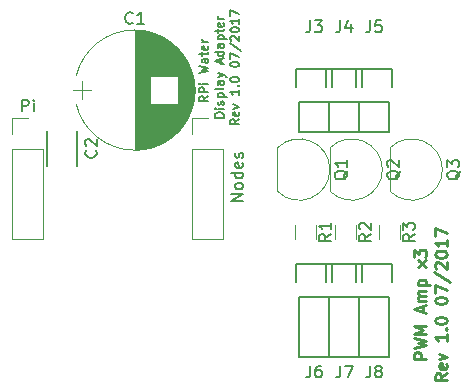
<source format=gbr>
G04 #@! TF.FileFunction,Legend,Top*
%FSLAX46Y46*%
G04 Gerber Fmt 4.6, Leading zero omitted, Abs format (unit mm)*
G04 Created by KiCad (PCBNEW 4.0.6) date Saturday, July 01, 2017 'PMt' 08:50:16 PM*
%MOMM*%
%LPD*%
G01*
G04 APERTURE LIST*
%ADD10C,0.100000*%
%ADD11C,0.250000*%
%ADD12C,0.187500*%
%ADD13C,0.120000*%
%ADD14C,0.150000*%
G04 APERTURE END LIST*
D10*
D11*
X174430981Y-126540638D02*
X173430981Y-126540638D01*
X173430981Y-126159685D01*
X173478600Y-126064447D01*
X173526219Y-126016828D01*
X173621457Y-125969209D01*
X173764314Y-125969209D01*
X173859552Y-126016828D01*
X173907171Y-126064447D01*
X173954790Y-126159685D01*
X173954790Y-126540638D01*
X173430981Y-125635876D02*
X174430981Y-125397781D01*
X173716695Y-125207304D01*
X174430981Y-125016828D01*
X173430981Y-124778733D01*
X174430981Y-124397781D02*
X173430981Y-124397781D01*
X174145267Y-124064447D01*
X173430981Y-123731114D01*
X174430981Y-123731114D01*
X174145267Y-122540638D02*
X174145267Y-122064447D01*
X174430981Y-122635876D02*
X173430981Y-122302543D01*
X174430981Y-121969209D01*
X174430981Y-121635876D02*
X173764314Y-121635876D01*
X173859552Y-121635876D02*
X173811933Y-121588257D01*
X173764314Y-121493019D01*
X173764314Y-121350161D01*
X173811933Y-121254923D01*
X173907171Y-121207304D01*
X174430981Y-121207304D01*
X173907171Y-121207304D02*
X173811933Y-121159685D01*
X173764314Y-121064447D01*
X173764314Y-120921590D01*
X173811933Y-120826352D01*
X173907171Y-120778733D01*
X174430981Y-120778733D01*
X173764314Y-120302543D02*
X174764314Y-120302543D01*
X173811933Y-120302543D02*
X173764314Y-120207305D01*
X173764314Y-120016828D01*
X173811933Y-119921590D01*
X173859552Y-119873971D01*
X173954790Y-119826352D01*
X174240505Y-119826352D01*
X174335743Y-119873971D01*
X174383362Y-119921590D01*
X174430981Y-120016828D01*
X174430981Y-120207305D01*
X174383362Y-120302543D01*
X174430981Y-118731114D02*
X173764314Y-118207304D01*
X173764314Y-118731114D02*
X174430981Y-118207304D01*
X173430981Y-117921590D02*
X173430981Y-117302542D01*
X173811933Y-117635876D01*
X173811933Y-117493018D01*
X173859552Y-117397780D01*
X173907171Y-117350161D01*
X174002410Y-117302542D01*
X174240505Y-117302542D01*
X174335743Y-117350161D01*
X174383362Y-117397780D01*
X174430981Y-117493018D01*
X174430981Y-117778733D01*
X174383362Y-117873971D01*
X174335743Y-117921590D01*
X176180981Y-127778733D02*
X175704790Y-128112067D01*
X176180981Y-128350162D02*
X175180981Y-128350162D01*
X175180981Y-127969209D01*
X175228600Y-127873971D01*
X175276219Y-127826352D01*
X175371457Y-127778733D01*
X175514314Y-127778733D01*
X175609552Y-127826352D01*
X175657171Y-127873971D01*
X175704790Y-127969209D01*
X175704790Y-128350162D01*
X176133362Y-126969209D02*
X176180981Y-127064447D01*
X176180981Y-127254924D01*
X176133362Y-127350162D01*
X176038124Y-127397781D01*
X175657171Y-127397781D01*
X175561933Y-127350162D01*
X175514314Y-127254924D01*
X175514314Y-127064447D01*
X175561933Y-126969209D01*
X175657171Y-126921590D01*
X175752410Y-126921590D01*
X175847648Y-127397781D01*
X175514314Y-126588257D02*
X176180981Y-126350162D01*
X175514314Y-126112066D01*
X176180981Y-124445399D02*
X176180981Y-125016828D01*
X176180981Y-124731114D02*
X175180981Y-124731114D01*
X175323838Y-124826352D01*
X175419076Y-124921590D01*
X175466695Y-125016828D01*
X176085743Y-124016828D02*
X176133362Y-123969209D01*
X176180981Y-124016828D01*
X176133362Y-124064447D01*
X176085743Y-124016828D01*
X176180981Y-124016828D01*
X175180981Y-123350162D02*
X175180981Y-123254923D01*
X175228600Y-123159685D01*
X175276219Y-123112066D01*
X175371457Y-123064447D01*
X175561933Y-123016828D01*
X175800029Y-123016828D01*
X175990505Y-123064447D01*
X176085743Y-123112066D01*
X176133362Y-123159685D01*
X176180981Y-123254923D01*
X176180981Y-123350162D01*
X176133362Y-123445400D01*
X176085743Y-123493019D01*
X175990505Y-123540638D01*
X175800029Y-123588257D01*
X175561933Y-123588257D01*
X175371457Y-123540638D01*
X175276219Y-123493019D01*
X175228600Y-123445400D01*
X175180981Y-123350162D01*
X175180981Y-121635876D02*
X175180981Y-121540637D01*
X175228600Y-121445399D01*
X175276219Y-121397780D01*
X175371457Y-121350161D01*
X175561933Y-121302542D01*
X175800029Y-121302542D01*
X175990505Y-121350161D01*
X176085743Y-121397780D01*
X176133362Y-121445399D01*
X176180981Y-121540637D01*
X176180981Y-121635876D01*
X176133362Y-121731114D01*
X176085743Y-121778733D01*
X175990505Y-121826352D01*
X175800029Y-121873971D01*
X175561933Y-121873971D01*
X175371457Y-121826352D01*
X175276219Y-121778733D01*
X175228600Y-121731114D01*
X175180981Y-121635876D01*
X175180981Y-120969209D02*
X175180981Y-120302542D01*
X176180981Y-120731114D01*
X175133362Y-119207304D02*
X176419076Y-120064447D01*
X175276219Y-118921590D02*
X175228600Y-118873971D01*
X175180981Y-118778733D01*
X175180981Y-118540637D01*
X175228600Y-118445399D01*
X175276219Y-118397780D01*
X175371457Y-118350161D01*
X175466695Y-118350161D01*
X175609552Y-118397780D01*
X176180981Y-118969209D01*
X176180981Y-118350161D01*
X175180981Y-117731114D02*
X175180981Y-117635875D01*
X175228600Y-117540637D01*
X175276219Y-117493018D01*
X175371457Y-117445399D01*
X175561933Y-117397780D01*
X175800029Y-117397780D01*
X175990505Y-117445399D01*
X176085743Y-117493018D01*
X176133362Y-117540637D01*
X176180981Y-117635875D01*
X176180981Y-117731114D01*
X176133362Y-117826352D01*
X176085743Y-117873971D01*
X175990505Y-117921590D01*
X175800029Y-117969209D01*
X175561933Y-117969209D01*
X175371457Y-117921590D01*
X175276219Y-117873971D01*
X175228600Y-117826352D01*
X175180981Y-117731114D01*
X176180981Y-116445399D02*
X176180981Y-117016828D01*
X176180981Y-116731114D02*
X175180981Y-116731114D01*
X175323838Y-116826352D01*
X175419076Y-116921590D01*
X175466695Y-117016828D01*
X175180981Y-116112066D02*
X175180981Y-115445399D01*
X176180981Y-115873971D01*
D12*
X155973386Y-104307971D02*
X155616243Y-104557971D01*
X155973386Y-104736543D02*
X155223386Y-104736543D01*
X155223386Y-104450828D01*
X155259100Y-104379400D01*
X155294814Y-104343685D01*
X155366243Y-104307971D01*
X155473386Y-104307971D01*
X155544814Y-104343685D01*
X155580529Y-104379400D01*
X155616243Y-104450828D01*
X155616243Y-104736543D01*
X155973386Y-103986543D02*
X155223386Y-103986543D01*
X155223386Y-103700828D01*
X155259100Y-103629400D01*
X155294814Y-103593685D01*
X155366243Y-103557971D01*
X155473386Y-103557971D01*
X155544814Y-103593685D01*
X155580529Y-103629400D01*
X155616243Y-103700828D01*
X155616243Y-103986543D01*
X155973386Y-103236543D02*
X155473386Y-103236543D01*
X155223386Y-103236543D02*
X155259100Y-103272257D01*
X155294814Y-103236543D01*
X155259100Y-103200828D01*
X155223386Y-103236543D01*
X155294814Y-103236543D01*
X155223386Y-102379399D02*
X155973386Y-102200828D01*
X155437671Y-102057971D01*
X155973386Y-101915113D01*
X155223386Y-101736542D01*
X155973386Y-101129399D02*
X155580529Y-101129399D01*
X155509100Y-101165113D01*
X155473386Y-101236542D01*
X155473386Y-101379399D01*
X155509100Y-101450828D01*
X155937671Y-101129399D02*
X155973386Y-101200828D01*
X155973386Y-101379399D01*
X155937671Y-101450828D01*
X155866243Y-101486542D01*
X155794814Y-101486542D01*
X155723386Y-101450828D01*
X155687671Y-101379399D01*
X155687671Y-101200828D01*
X155651957Y-101129399D01*
X155473386Y-100879399D02*
X155473386Y-100593685D01*
X155223386Y-100772257D02*
X155866243Y-100772257D01*
X155937671Y-100736542D01*
X155973386Y-100665114D01*
X155973386Y-100593685D01*
X155937671Y-100057971D02*
X155973386Y-100129400D01*
X155973386Y-100272257D01*
X155937671Y-100343686D01*
X155866243Y-100379400D01*
X155580529Y-100379400D01*
X155509100Y-100343686D01*
X155473386Y-100272257D01*
X155473386Y-100129400D01*
X155509100Y-100057971D01*
X155580529Y-100022257D01*
X155651957Y-100022257D01*
X155723386Y-100379400D01*
X155973386Y-99700829D02*
X155473386Y-99700829D01*
X155616243Y-99700829D02*
X155544814Y-99665114D01*
X155509100Y-99629400D01*
X155473386Y-99557971D01*
X155473386Y-99486543D01*
X157285886Y-106111542D02*
X156535886Y-106111542D01*
X156535886Y-105932970D01*
X156571600Y-105825827D01*
X156643029Y-105754399D01*
X156714457Y-105718684D01*
X156857314Y-105682970D01*
X156964457Y-105682970D01*
X157107314Y-105718684D01*
X157178743Y-105754399D01*
X157250171Y-105825827D01*
X157285886Y-105932970D01*
X157285886Y-106111542D01*
X157285886Y-105361542D02*
X156785886Y-105361542D01*
X156535886Y-105361542D02*
X156571600Y-105397256D01*
X156607314Y-105361542D01*
X156571600Y-105325827D01*
X156535886Y-105361542D01*
X156607314Y-105361542D01*
X157250171Y-105040113D02*
X157285886Y-104968684D01*
X157285886Y-104825827D01*
X157250171Y-104754399D01*
X157178743Y-104718684D01*
X157143029Y-104718684D01*
X157071600Y-104754399D01*
X157035886Y-104825827D01*
X157035886Y-104932970D01*
X157000171Y-105004399D01*
X156928743Y-105040113D01*
X156893029Y-105040113D01*
X156821600Y-105004399D01*
X156785886Y-104932970D01*
X156785886Y-104825827D01*
X156821600Y-104754399D01*
X156785886Y-104397256D02*
X157535886Y-104397256D01*
X156821600Y-104397256D02*
X156785886Y-104325827D01*
X156785886Y-104182970D01*
X156821600Y-104111541D01*
X156857314Y-104075827D01*
X156928743Y-104040113D01*
X157143029Y-104040113D01*
X157214457Y-104075827D01*
X157250171Y-104111541D01*
X157285886Y-104182970D01*
X157285886Y-104325827D01*
X157250171Y-104397256D01*
X157285886Y-103611542D02*
X157250171Y-103682970D01*
X157178743Y-103718685D01*
X156535886Y-103718685D01*
X157285886Y-103004399D02*
X156893029Y-103004399D01*
X156821600Y-103040113D01*
X156785886Y-103111542D01*
X156785886Y-103254399D01*
X156821600Y-103325828D01*
X157250171Y-103004399D02*
X157285886Y-103075828D01*
X157285886Y-103254399D01*
X157250171Y-103325828D01*
X157178743Y-103361542D01*
X157107314Y-103361542D01*
X157035886Y-103325828D01*
X157000171Y-103254399D01*
X157000171Y-103075828D01*
X156964457Y-103004399D01*
X156785886Y-102718685D02*
X157285886Y-102540114D01*
X156785886Y-102361542D02*
X157285886Y-102540114D01*
X157464457Y-102611542D01*
X157500171Y-102647257D01*
X157535886Y-102718685D01*
X157071600Y-101540113D02*
X157071600Y-101182970D01*
X157285886Y-101611541D02*
X156535886Y-101361541D01*
X157285886Y-101111541D01*
X157285886Y-100540113D02*
X156535886Y-100540113D01*
X157250171Y-100540113D02*
X157285886Y-100611542D01*
X157285886Y-100754399D01*
X157250171Y-100825827D01*
X157214457Y-100861542D01*
X157143029Y-100897256D01*
X156928743Y-100897256D01*
X156857314Y-100861542D01*
X156821600Y-100825827D01*
X156785886Y-100754399D01*
X156785886Y-100611542D01*
X156821600Y-100540113D01*
X157285886Y-99861542D02*
X156893029Y-99861542D01*
X156821600Y-99897256D01*
X156785886Y-99968685D01*
X156785886Y-100111542D01*
X156821600Y-100182971D01*
X157250171Y-99861542D02*
X157285886Y-99932971D01*
X157285886Y-100111542D01*
X157250171Y-100182971D01*
X157178743Y-100218685D01*
X157107314Y-100218685D01*
X157035886Y-100182971D01*
X157000171Y-100111542D01*
X157000171Y-99932971D01*
X156964457Y-99861542D01*
X156785886Y-99504400D02*
X157535886Y-99504400D01*
X156821600Y-99504400D02*
X156785886Y-99432971D01*
X156785886Y-99290114D01*
X156821600Y-99218685D01*
X156857314Y-99182971D01*
X156928743Y-99147257D01*
X157143029Y-99147257D01*
X157214457Y-99182971D01*
X157250171Y-99218685D01*
X157285886Y-99290114D01*
X157285886Y-99432971D01*
X157250171Y-99504400D01*
X156785886Y-98932971D02*
X156785886Y-98647257D01*
X156535886Y-98825829D02*
X157178743Y-98825829D01*
X157250171Y-98790114D01*
X157285886Y-98718686D01*
X157285886Y-98647257D01*
X157250171Y-98111543D02*
X157285886Y-98182972D01*
X157285886Y-98325829D01*
X157250171Y-98397258D01*
X157178743Y-98432972D01*
X156893029Y-98432972D01*
X156821600Y-98397258D01*
X156785886Y-98325829D01*
X156785886Y-98182972D01*
X156821600Y-98111543D01*
X156893029Y-98075829D01*
X156964457Y-98075829D01*
X157035886Y-98432972D01*
X157285886Y-97754401D02*
X156785886Y-97754401D01*
X156928743Y-97754401D02*
X156857314Y-97718686D01*
X156821600Y-97682972D01*
X156785886Y-97611543D01*
X156785886Y-97540115D01*
X158598386Y-106254401D02*
X158241243Y-106504401D01*
X158598386Y-106682973D02*
X157848386Y-106682973D01*
X157848386Y-106397258D01*
X157884100Y-106325830D01*
X157919814Y-106290115D01*
X157991243Y-106254401D01*
X158098386Y-106254401D01*
X158169814Y-106290115D01*
X158205529Y-106325830D01*
X158241243Y-106397258D01*
X158241243Y-106682973D01*
X158562671Y-105647258D02*
X158598386Y-105718687D01*
X158598386Y-105861544D01*
X158562671Y-105932973D01*
X158491243Y-105968687D01*
X158205529Y-105968687D01*
X158134100Y-105932973D01*
X158098386Y-105861544D01*
X158098386Y-105718687D01*
X158134100Y-105647258D01*
X158205529Y-105611544D01*
X158276957Y-105611544D01*
X158348386Y-105968687D01*
X158098386Y-105361544D02*
X158598386Y-105182973D01*
X158098386Y-105004401D01*
X158598386Y-103754400D02*
X158598386Y-104182972D01*
X158598386Y-103968686D02*
X157848386Y-103968686D01*
X157955529Y-104040115D01*
X158026957Y-104111543D01*
X158062671Y-104182972D01*
X158526957Y-103432972D02*
X158562671Y-103397257D01*
X158598386Y-103432972D01*
X158562671Y-103468686D01*
X158526957Y-103432972D01*
X158598386Y-103432972D01*
X157848386Y-102932971D02*
X157848386Y-102861543D01*
X157884100Y-102790114D01*
X157919814Y-102754400D01*
X157991243Y-102718686D01*
X158134100Y-102682971D01*
X158312671Y-102682971D01*
X158455529Y-102718686D01*
X158526957Y-102754400D01*
X158562671Y-102790114D01*
X158598386Y-102861543D01*
X158598386Y-102932971D01*
X158562671Y-103004400D01*
X158526957Y-103040114D01*
X158455529Y-103075829D01*
X158312671Y-103111543D01*
X158134100Y-103111543D01*
X157991243Y-103075829D01*
X157919814Y-103040114D01*
X157884100Y-103004400D01*
X157848386Y-102932971D01*
X157848386Y-101647256D02*
X157848386Y-101575828D01*
X157884100Y-101504399D01*
X157919814Y-101468685D01*
X157991243Y-101432971D01*
X158134100Y-101397256D01*
X158312671Y-101397256D01*
X158455529Y-101432971D01*
X158526957Y-101468685D01*
X158562671Y-101504399D01*
X158598386Y-101575828D01*
X158598386Y-101647256D01*
X158562671Y-101718685D01*
X158526957Y-101754399D01*
X158455529Y-101790114D01*
X158312671Y-101825828D01*
X158134100Y-101825828D01*
X157991243Y-101790114D01*
X157919814Y-101754399D01*
X157884100Y-101718685D01*
X157848386Y-101647256D01*
X157848386Y-101147256D02*
X157848386Y-100647256D01*
X158598386Y-100968685D01*
X157812671Y-99825827D02*
X158776957Y-100468684D01*
X157919814Y-99611542D02*
X157884100Y-99575828D01*
X157848386Y-99504399D01*
X157848386Y-99325828D01*
X157884100Y-99254399D01*
X157919814Y-99218685D01*
X157991243Y-99182970D01*
X158062671Y-99182970D01*
X158169814Y-99218685D01*
X158598386Y-99647256D01*
X158598386Y-99182970D01*
X157848386Y-98718684D02*
X157848386Y-98647256D01*
X157884100Y-98575827D01*
X157919814Y-98540113D01*
X157991243Y-98504399D01*
X158134100Y-98468684D01*
X158312671Y-98468684D01*
X158455529Y-98504399D01*
X158526957Y-98540113D01*
X158562671Y-98575827D01*
X158598386Y-98647256D01*
X158598386Y-98718684D01*
X158562671Y-98790113D01*
X158526957Y-98825827D01*
X158455529Y-98861542D01*
X158312671Y-98897256D01*
X158134100Y-98897256D01*
X157991243Y-98861542D01*
X157919814Y-98825827D01*
X157884100Y-98790113D01*
X157848386Y-98718684D01*
X158598386Y-97754398D02*
X158598386Y-98182970D01*
X158598386Y-97968684D02*
X157848386Y-97968684D01*
X157955529Y-98040113D01*
X158026957Y-98111541D01*
X158062671Y-98182970D01*
X157848386Y-97504398D02*
X157848386Y-97004398D01*
X158598386Y-97325827D01*
D13*
X154699125Y-102605206D02*
G75*
G03X144796267Y-102604400I-4951525J-1179194D01*
G01*
X154699125Y-104963594D02*
G75*
G02X144796267Y-104964400I-4951525J1179194D01*
G01*
X154699125Y-104963594D02*
G75*
G03X154698933Y-102604400I-4951525J1179194D01*
G01*
X149747600Y-98734400D02*
X149747600Y-108834400D01*
X149787600Y-98734400D02*
X149787600Y-108834400D01*
X149827600Y-98734400D02*
X149827600Y-108834400D01*
X149867600Y-98735400D02*
X149867600Y-108833400D01*
X149907600Y-98736400D02*
X149907600Y-108832400D01*
X149947600Y-98737400D02*
X149947600Y-108831400D01*
X149987600Y-98739400D02*
X149987600Y-108829400D01*
X150027600Y-98741400D02*
X150027600Y-108827400D01*
X150067600Y-98744400D02*
X150067600Y-108824400D01*
X150107600Y-98746400D02*
X150107600Y-108822400D01*
X150147600Y-98749400D02*
X150147600Y-108819400D01*
X150187600Y-98753400D02*
X150187600Y-108815400D01*
X150227600Y-98756400D02*
X150227600Y-108812400D01*
X150267600Y-98760400D02*
X150267600Y-108808400D01*
X150307600Y-98764400D02*
X150307600Y-108804400D01*
X150347600Y-98769400D02*
X150347600Y-108799400D01*
X150387600Y-98774400D02*
X150387600Y-108794400D01*
X150427600Y-98779400D02*
X150427600Y-108789400D01*
X150468600Y-98785400D02*
X150468600Y-108783400D01*
X150508600Y-98791400D02*
X150508600Y-108777400D01*
X150548600Y-98797400D02*
X150548600Y-108771400D01*
X150588600Y-98803400D02*
X150588600Y-108765400D01*
X150628600Y-98810400D02*
X150628600Y-108758400D01*
X150668600Y-98817400D02*
X150668600Y-108751400D01*
X150708600Y-98825400D02*
X150708600Y-108743400D01*
X150748600Y-98833400D02*
X150748600Y-108735400D01*
X150788600Y-98841400D02*
X150788600Y-108727400D01*
X150828600Y-98849400D02*
X150828600Y-108719400D01*
X150868600Y-98858400D02*
X150868600Y-108710400D01*
X150908600Y-98867400D02*
X150908600Y-108701400D01*
X150948600Y-98877400D02*
X150948600Y-108691400D01*
X150988600Y-98887400D02*
X150988600Y-108681400D01*
X151028600Y-98897400D02*
X151028600Y-108671400D01*
X151068600Y-98908400D02*
X151068600Y-102603400D01*
X151068600Y-104965400D02*
X151068600Y-108660400D01*
X151108600Y-98919400D02*
X151108600Y-102603400D01*
X151108600Y-104965400D02*
X151108600Y-108649400D01*
X151148600Y-98930400D02*
X151148600Y-102603400D01*
X151148600Y-104965400D02*
X151148600Y-108638400D01*
X151188600Y-98941400D02*
X151188600Y-102603400D01*
X151188600Y-104965400D02*
X151188600Y-108627400D01*
X151228600Y-98953400D02*
X151228600Y-102603400D01*
X151228600Y-104965400D02*
X151228600Y-108615400D01*
X151268600Y-98966400D02*
X151268600Y-102603400D01*
X151268600Y-104965400D02*
X151268600Y-108602400D01*
X151308600Y-98978400D02*
X151308600Y-102603400D01*
X151308600Y-104965400D02*
X151308600Y-108590400D01*
X151348600Y-98992400D02*
X151348600Y-102603400D01*
X151348600Y-104965400D02*
X151348600Y-108576400D01*
X151388600Y-99005400D02*
X151388600Y-102603400D01*
X151388600Y-104965400D02*
X151388600Y-108563400D01*
X151428600Y-99019400D02*
X151428600Y-102603400D01*
X151428600Y-104965400D02*
X151428600Y-108549400D01*
X151468600Y-99033400D02*
X151468600Y-102603400D01*
X151468600Y-104965400D02*
X151468600Y-108535400D01*
X151508600Y-99047400D02*
X151508600Y-102603400D01*
X151508600Y-104965400D02*
X151508600Y-108521400D01*
X151548600Y-99062400D02*
X151548600Y-102603400D01*
X151548600Y-104965400D02*
X151548600Y-108506400D01*
X151588600Y-99078400D02*
X151588600Y-102603400D01*
X151588600Y-104965400D02*
X151588600Y-108490400D01*
X151628600Y-99093400D02*
X151628600Y-102603400D01*
X151628600Y-104965400D02*
X151628600Y-108475400D01*
X151668600Y-99110400D02*
X151668600Y-102603400D01*
X151668600Y-104965400D02*
X151668600Y-108458400D01*
X151708600Y-99126400D02*
X151708600Y-102603400D01*
X151708600Y-104965400D02*
X151708600Y-108442400D01*
X151748600Y-99143400D02*
X151748600Y-102603400D01*
X151748600Y-104965400D02*
X151748600Y-108425400D01*
X151788600Y-99160400D02*
X151788600Y-102603400D01*
X151788600Y-104965400D02*
X151788600Y-108408400D01*
X151828600Y-99178400D02*
X151828600Y-102603400D01*
X151828600Y-104965400D02*
X151828600Y-108390400D01*
X151868600Y-99196400D02*
X151868600Y-102603400D01*
X151868600Y-104965400D02*
X151868600Y-108372400D01*
X151908600Y-99215400D02*
X151908600Y-102603400D01*
X151908600Y-104965400D02*
X151908600Y-108353400D01*
X151948600Y-99234400D02*
X151948600Y-102603400D01*
X151948600Y-104965400D02*
X151948600Y-108334400D01*
X151988600Y-99253400D02*
X151988600Y-102603400D01*
X151988600Y-104965400D02*
X151988600Y-108315400D01*
X152028600Y-99273400D02*
X152028600Y-102603400D01*
X152028600Y-104965400D02*
X152028600Y-108295400D01*
X152068600Y-99293400D02*
X152068600Y-102603400D01*
X152068600Y-104965400D02*
X152068600Y-108275400D01*
X152108600Y-99314400D02*
X152108600Y-102603400D01*
X152108600Y-104965400D02*
X152108600Y-108254400D01*
X152148600Y-99335400D02*
X152148600Y-102603400D01*
X152148600Y-104965400D02*
X152148600Y-108233400D01*
X152188600Y-99356400D02*
X152188600Y-102603400D01*
X152188600Y-104965400D02*
X152188600Y-108212400D01*
X152228600Y-99379400D02*
X152228600Y-102603400D01*
X152228600Y-104965400D02*
X152228600Y-108189400D01*
X152268600Y-99401400D02*
X152268600Y-102603400D01*
X152268600Y-104965400D02*
X152268600Y-108167400D01*
X152308600Y-99424400D02*
X152308600Y-102603400D01*
X152308600Y-104965400D02*
X152308600Y-108144400D01*
X152348600Y-99448400D02*
X152348600Y-102603400D01*
X152348600Y-104965400D02*
X152348600Y-108120400D01*
X152388600Y-99472400D02*
X152388600Y-102603400D01*
X152388600Y-104965400D02*
X152388600Y-108096400D01*
X152428600Y-99496400D02*
X152428600Y-102603400D01*
X152428600Y-104965400D02*
X152428600Y-108072400D01*
X152468600Y-99521400D02*
X152468600Y-102603400D01*
X152468600Y-104965400D02*
X152468600Y-108047400D01*
X152508600Y-99547400D02*
X152508600Y-102603400D01*
X152508600Y-104965400D02*
X152508600Y-108021400D01*
X152548600Y-99573400D02*
X152548600Y-102603400D01*
X152548600Y-104965400D02*
X152548600Y-107995400D01*
X152588600Y-99599400D02*
X152588600Y-102603400D01*
X152588600Y-104965400D02*
X152588600Y-107969400D01*
X152628600Y-99627400D02*
X152628600Y-102603400D01*
X152628600Y-104965400D02*
X152628600Y-107941400D01*
X152668600Y-99654400D02*
X152668600Y-102603400D01*
X152668600Y-104965400D02*
X152668600Y-107914400D01*
X152708600Y-99683400D02*
X152708600Y-102603400D01*
X152708600Y-104965400D02*
X152708600Y-107885400D01*
X152748600Y-99712400D02*
X152748600Y-102603400D01*
X152748600Y-104965400D02*
X152748600Y-107856400D01*
X152788600Y-99741400D02*
X152788600Y-102603400D01*
X152788600Y-104965400D02*
X152788600Y-107827400D01*
X152828600Y-99771400D02*
X152828600Y-102603400D01*
X152828600Y-104965400D02*
X152828600Y-107797400D01*
X152868600Y-99802400D02*
X152868600Y-102603400D01*
X152868600Y-104965400D02*
X152868600Y-107766400D01*
X152908600Y-99833400D02*
X152908600Y-102603400D01*
X152908600Y-104965400D02*
X152908600Y-107735400D01*
X152948600Y-99865400D02*
X152948600Y-102603400D01*
X152948600Y-104965400D02*
X152948600Y-107703400D01*
X152988600Y-99898400D02*
X152988600Y-102603400D01*
X152988600Y-104965400D02*
X152988600Y-107670400D01*
X153028600Y-99931400D02*
X153028600Y-102603400D01*
X153028600Y-104965400D02*
X153028600Y-107637400D01*
X153068600Y-99965400D02*
X153068600Y-102603400D01*
X153068600Y-104965400D02*
X153068600Y-107603400D01*
X153108600Y-100000400D02*
X153108600Y-102603400D01*
X153108600Y-104965400D02*
X153108600Y-107568400D01*
X153148600Y-100036400D02*
X153148600Y-102603400D01*
X153148600Y-104965400D02*
X153148600Y-107532400D01*
X153188600Y-100072400D02*
X153188600Y-102603400D01*
X153188600Y-104965400D02*
X153188600Y-107496400D01*
X153228600Y-100109400D02*
X153228600Y-102603400D01*
X153228600Y-104965400D02*
X153228600Y-107459400D01*
X153268600Y-100147400D02*
X153268600Y-102603400D01*
X153268600Y-104965400D02*
X153268600Y-107421400D01*
X153308600Y-100186400D02*
X153308600Y-102603400D01*
X153308600Y-104965400D02*
X153308600Y-107382400D01*
X153348600Y-100225400D02*
X153348600Y-102603400D01*
X153348600Y-104965400D02*
X153348600Y-107343400D01*
X153388600Y-100266400D02*
X153388600Y-102603400D01*
X153388600Y-104965400D02*
X153388600Y-107302400D01*
X153428600Y-100307400D02*
X153428600Y-107261400D01*
X153468600Y-100349400D02*
X153468600Y-107219400D01*
X153508600Y-100393400D02*
X153508600Y-107175400D01*
X153548600Y-100437400D02*
X153548600Y-107131400D01*
X153588600Y-100482400D02*
X153588600Y-107086400D01*
X153628600Y-100529400D02*
X153628600Y-107039400D01*
X153668600Y-100577400D02*
X153668600Y-106991400D01*
X153708600Y-100626400D02*
X153708600Y-106942400D01*
X153748600Y-100676400D02*
X153748600Y-106892400D01*
X153788600Y-100727400D02*
X153788600Y-106841400D01*
X153828600Y-100780400D02*
X153828600Y-106788400D01*
X153868600Y-100835400D02*
X153868600Y-106733400D01*
X153908600Y-100890400D02*
X153908600Y-106678400D01*
X153948600Y-100948400D02*
X153948600Y-106620400D01*
X153988600Y-101007400D02*
X153988600Y-106561400D01*
X154028600Y-101069400D02*
X154028600Y-106499400D01*
X154068600Y-101132400D02*
X154068600Y-106436400D01*
X154108600Y-101197400D02*
X154108600Y-106371400D01*
X154148600Y-101265400D02*
X154148600Y-106303400D01*
X154188600Y-101335400D02*
X154188600Y-106233400D01*
X154228600Y-101407400D02*
X154228600Y-106161400D01*
X154268600Y-101483400D02*
X154268600Y-106085400D01*
X154308600Y-101562400D02*
X154308600Y-106006400D01*
X154348600Y-101644400D02*
X154348600Y-105924400D01*
X154388600Y-101731400D02*
X154388600Y-105837400D01*
X154428600Y-101822400D02*
X154428600Y-105746400D01*
X154468600Y-101918400D02*
X154468600Y-105650400D01*
X154508600Y-102021400D02*
X154508600Y-105547400D01*
X154548600Y-102130400D02*
X154548600Y-105438400D01*
X154588600Y-102248400D02*
X154588600Y-105320400D01*
X154628600Y-102377400D02*
X154628600Y-105191400D01*
X154668600Y-102519400D02*
X154668600Y-105049400D01*
X154708600Y-102680400D02*
X154708600Y-104888400D01*
X154748600Y-102871400D02*
X154748600Y-104697400D01*
X154788600Y-103112400D02*
X154788600Y-104456400D01*
X154828600Y-103505400D02*
X154828600Y-104063400D01*
X144547600Y-103784400D02*
X146047600Y-103784400D01*
X145297600Y-103034400D02*
X145297600Y-104534400D01*
D14*
X144861600Y-107217400D02*
X144861600Y-110217400D01*
X142361600Y-110217400D02*
X142361600Y-107217400D01*
D13*
X154600600Y-108737400D02*
X154600600Y-116417400D01*
X154600600Y-116417400D02*
X157260600Y-116417400D01*
X157260600Y-116417400D02*
X157260600Y-108737400D01*
X157260600Y-108737400D02*
X154600600Y-108737400D01*
X154600600Y-107467400D02*
X154600600Y-106137400D01*
X154600600Y-106137400D02*
X155930600Y-106137400D01*
X139360600Y-108737400D02*
X139360600Y-116417400D01*
X139360600Y-116417400D02*
X142020600Y-116417400D01*
X142020600Y-116417400D02*
X142020600Y-108737400D01*
X142020600Y-108737400D02*
X139360600Y-108737400D01*
X139360600Y-107467400D02*
X139360600Y-106137400D01*
X139360600Y-106137400D02*
X140690600Y-106137400D01*
X161827600Y-108715400D02*
X161827600Y-112315400D01*
X161839122Y-108676922D02*
G75*
G02X166277600Y-110515400I1838478J-1838478D01*
G01*
X161839122Y-112353878D02*
G75*
G03X166277600Y-110515400I1838478J1838478D01*
G01*
X166272600Y-108715400D02*
X166272600Y-112315400D01*
X166284122Y-108676922D02*
G75*
G02X170722600Y-110515400I1838478J-1838478D01*
G01*
X166284122Y-112353878D02*
G75*
G03X170722600Y-110515400I1838478J1838478D01*
G01*
X171352600Y-108715400D02*
X171352600Y-112315400D01*
X171364122Y-108676922D02*
G75*
G02X175802600Y-110515400I1838478J-1838478D01*
G01*
X171364122Y-112353878D02*
G75*
G03X175802600Y-110515400I1838478J1838478D01*
G01*
D14*
X166217600Y-104800400D02*
X166217600Y-107340400D01*
X166497600Y-101980400D02*
X166497600Y-103530400D01*
X166217600Y-104800400D02*
X163677600Y-104800400D01*
X163397600Y-103530400D02*
X163397600Y-101980400D01*
X163397600Y-101980400D02*
X166497600Y-101980400D01*
X163677600Y-104800400D02*
X163677600Y-107340400D01*
X163677600Y-107340400D02*
X166217600Y-107340400D01*
X168757600Y-104800400D02*
X168757600Y-107340400D01*
X169037600Y-101980400D02*
X169037600Y-103530400D01*
X168757600Y-104800400D02*
X166217600Y-104800400D01*
X165937600Y-103530400D02*
X165937600Y-101980400D01*
X165937600Y-101980400D02*
X169037600Y-101980400D01*
X166217600Y-104800400D02*
X166217600Y-107340400D01*
X166217600Y-107340400D02*
X168757600Y-107340400D01*
X171297600Y-104800400D02*
X171297600Y-107340400D01*
X171577600Y-101980400D02*
X171577600Y-103530400D01*
X171297600Y-104800400D02*
X168757600Y-104800400D01*
X168477600Y-103530400D02*
X168477600Y-101980400D01*
X168477600Y-101980400D02*
X171577600Y-101980400D01*
X168757600Y-104800400D02*
X168757600Y-107340400D01*
X168757600Y-107340400D02*
X171297600Y-107340400D01*
X163677600Y-121310400D02*
X163677600Y-126390400D01*
X163677600Y-126390400D02*
X166217600Y-126390400D01*
X166217600Y-126390400D02*
X166217600Y-121310400D01*
X166497600Y-118490400D02*
X166497600Y-120040400D01*
X166217600Y-121310400D02*
X163677600Y-121310400D01*
X163397600Y-120040400D02*
X163397600Y-118490400D01*
X163397600Y-118490400D02*
X166497600Y-118490400D01*
X166217600Y-121310400D02*
X166217600Y-126390400D01*
X166217600Y-126390400D02*
X168757600Y-126390400D01*
X168757600Y-126390400D02*
X168757600Y-121310400D01*
X169037600Y-118490400D02*
X169037600Y-120040400D01*
X168757600Y-121310400D02*
X166217600Y-121310400D01*
X165937600Y-120040400D02*
X165937600Y-118490400D01*
X165937600Y-118490400D02*
X169037600Y-118490400D01*
X168757600Y-121310400D02*
X168757600Y-126390400D01*
X168757600Y-126390400D02*
X171297600Y-126390400D01*
X171297600Y-126390400D02*
X171297600Y-121310400D01*
X171577600Y-118490400D02*
X171577600Y-120040400D01*
X171297600Y-121310400D02*
X168757600Y-121310400D01*
X168477600Y-120040400D02*
X168477600Y-118490400D01*
X168477600Y-118490400D02*
X171577600Y-118490400D01*
D13*
X163305600Y-116402400D02*
X163305600Y-115202400D01*
X165065600Y-115202400D02*
X165065600Y-116402400D01*
X166734600Y-116402400D02*
X166734600Y-115202400D01*
X168494600Y-115202400D02*
X168494600Y-116402400D01*
X170417600Y-116402400D02*
X170417600Y-115202400D01*
X172177600Y-115202400D02*
X172177600Y-116402400D01*
D14*
X149580934Y-98081543D02*
X149533315Y-98129162D01*
X149390458Y-98176781D01*
X149295220Y-98176781D01*
X149152362Y-98129162D01*
X149057124Y-98033924D01*
X149009505Y-97938686D01*
X148961886Y-97748210D01*
X148961886Y-97605352D01*
X149009505Y-97414876D01*
X149057124Y-97319638D01*
X149152362Y-97224400D01*
X149295220Y-97176781D01*
X149390458Y-97176781D01*
X149533315Y-97224400D01*
X149580934Y-97272019D01*
X150533315Y-98176781D02*
X149961886Y-98176781D01*
X150247600Y-98176781D02*
X150247600Y-97176781D01*
X150152362Y-97319638D01*
X150057124Y-97414876D01*
X149961886Y-97462495D01*
X146468743Y-108884066D02*
X146516362Y-108931685D01*
X146563981Y-109074542D01*
X146563981Y-109169780D01*
X146516362Y-109312638D01*
X146421124Y-109407876D01*
X146325886Y-109455495D01*
X146135410Y-109503114D01*
X145992552Y-109503114D01*
X145802076Y-109455495D01*
X145706838Y-109407876D01*
X145611600Y-109312638D01*
X145563981Y-109169780D01*
X145563981Y-109074542D01*
X145611600Y-108931685D01*
X145659219Y-108884066D01*
X145659219Y-108503114D02*
X145611600Y-108455495D01*
X145563981Y-108360257D01*
X145563981Y-108122161D01*
X145611600Y-108026923D01*
X145659219Y-107979304D01*
X145754457Y-107931685D01*
X145849695Y-107931685D01*
X145992552Y-107979304D01*
X146563981Y-108550733D01*
X146563981Y-107931685D01*
X158922981Y-113174210D02*
X157922981Y-113174210D01*
X158922981Y-112602781D01*
X157922981Y-112602781D01*
X158922981Y-111983734D02*
X158875362Y-112078972D01*
X158827743Y-112126591D01*
X158732505Y-112174210D01*
X158446790Y-112174210D01*
X158351552Y-112126591D01*
X158303933Y-112078972D01*
X158256314Y-111983734D01*
X158256314Y-111840876D01*
X158303933Y-111745638D01*
X158351552Y-111698019D01*
X158446790Y-111650400D01*
X158732505Y-111650400D01*
X158827743Y-111698019D01*
X158875362Y-111745638D01*
X158922981Y-111840876D01*
X158922981Y-111983734D01*
X158922981Y-110793257D02*
X157922981Y-110793257D01*
X158875362Y-110793257D02*
X158922981Y-110888495D01*
X158922981Y-111078972D01*
X158875362Y-111174210D01*
X158827743Y-111221829D01*
X158732505Y-111269448D01*
X158446790Y-111269448D01*
X158351552Y-111221829D01*
X158303933Y-111174210D01*
X158256314Y-111078972D01*
X158256314Y-110888495D01*
X158303933Y-110793257D01*
X158875362Y-109936114D02*
X158922981Y-110031352D01*
X158922981Y-110221829D01*
X158875362Y-110317067D01*
X158780124Y-110364686D01*
X158399171Y-110364686D01*
X158303933Y-110317067D01*
X158256314Y-110221829D01*
X158256314Y-110031352D01*
X158303933Y-109936114D01*
X158399171Y-109888495D01*
X158494410Y-109888495D01*
X158589648Y-110364686D01*
X158875362Y-109507543D02*
X158922981Y-109412305D01*
X158922981Y-109221829D01*
X158875362Y-109126590D01*
X158780124Y-109078971D01*
X158732505Y-109078971D01*
X158637267Y-109126590D01*
X158589648Y-109221829D01*
X158589648Y-109364686D01*
X158542029Y-109459924D01*
X158446790Y-109507543D01*
X158399171Y-109507543D01*
X158303933Y-109459924D01*
X158256314Y-109364686D01*
X158256314Y-109221829D01*
X158303933Y-109126590D01*
X140190600Y-105589781D02*
X140190600Y-104589781D01*
X140571553Y-104589781D01*
X140666791Y-104637400D01*
X140714410Y-104685019D01*
X140762029Y-104780257D01*
X140762029Y-104923114D01*
X140714410Y-105018352D01*
X140666791Y-105065971D01*
X140571553Y-105113590D01*
X140190600Y-105113590D01*
X141190600Y-105589781D02*
X141190600Y-104923114D01*
X141190600Y-104589781D02*
X141142981Y-104637400D01*
X141190600Y-104685019D01*
X141238219Y-104637400D01*
X141190600Y-104589781D01*
X141190600Y-104685019D01*
X167785219Y-110610638D02*
X167737600Y-110705876D01*
X167642362Y-110801114D01*
X167499505Y-110943971D01*
X167451886Y-111039210D01*
X167451886Y-111134448D01*
X167689981Y-111086829D02*
X167642362Y-111182067D01*
X167547124Y-111277305D01*
X167356648Y-111324924D01*
X167023314Y-111324924D01*
X166832838Y-111277305D01*
X166737600Y-111182067D01*
X166689981Y-111086829D01*
X166689981Y-110896352D01*
X166737600Y-110801114D01*
X166832838Y-110705876D01*
X167023314Y-110658257D01*
X167356648Y-110658257D01*
X167547124Y-110705876D01*
X167642362Y-110801114D01*
X167689981Y-110896352D01*
X167689981Y-111086829D01*
X167689981Y-109705876D02*
X167689981Y-110277305D01*
X167689981Y-109991591D02*
X166689981Y-109991591D01*
X166832838Y-110086829D01*
X166928076Y-110182067D01*
X166975695Y-110277305D01*
X172230219Y-110610638D02*
X172182600Y-110705876D01*
X172087362Y-110801114D01*
X171944505Y-110943971D01*
X171896886Y-111039210D01*
X171896886Y-111134448D01*
X172134981Y-111086829D02*
X172087362Y-111182067D01*
X171992124Y-111277305D01*
X171801648Y-111324924D01*
X171468314Y-111324924D01*
X171277838Y-111277305D01*
X171182600Y-111182067D01*
X171134981Y-111086829D01*
X171134981Y-110896352D01*
X171182600Y-110801114D01*
X171277838Y-110705876D01*
X171468314Y-110658257D01*
X171801648Y-110658257D01*
X171992124Y-110705876D01*
X172087362Y-110801114D01*
X172134981Y-110896352D01*
X172134981Y-111086829D01*
X171230219Y-110277305D02*
X171182600Y-110229686D01*
X171134981Y-110134448D01*
X171134981Y-109896352D01*
X171182600Y-109801114D01*
X171230219Y-109753495D01*
X171325457Y-109705876D01*
X171420695Y-109705876D01*
X171563552Y-109753495D01*
X172134981Y-110324924D01*
X172134981Y-109705876D01*
X177310219Y-110610638D02*
X177262600Y-110705876D01*
X177167362Y-110801114D01*
X177024505Y-110943971D01*
X176976886Y-111039210D01*
X176976886Y-111134448D01*
X177214981Y-111086829D02*
X177167362Y-111182067D01*
X177072124Y-111277305D01*
X176881648Y-111324924D01*
X176548314Y-111324924D01*
X176357838Y-111277305D01*
X176262600Y-111182067D01*
X176214981Y-111086829D01*
X176214981Y-110896352D01*
X176262600Y-110801114D01*
X176357838Y-110705876D01*
X176548314Y-110658257D01*
X176881648Y-110658257D01*
X177072124Y-110705876D01*
X177167362Y-110801114D01*
X177214981Y-110896352D01*
X177214981Y-111086829D01*
X176214981Y-110324924D02*
X176214981Y-109705876D01*
X176595933Y-110039210D01*
X176595933Y-109896352D01*
X176643552Y-109801114D01*
X176691171Y-109753495D01*
X176786410Y-109705876D01*
X177024505Y-109705876D01*
X177119743Y-109753495D01*
X177167362Y-109801114D01*
X177214981Y-109896352D01*
X177214981Y-110182067D01*
X177167362Y-110277305D01*
X177119743Y-110324924D01*
X164614267Y-97882781D02*
X164614267Y-98597067D01*
X164566647Y-98739924D01*
X164471409Y-98835162D01*
X164328552Y-98882781D01*
X164233314Y-98882781D01*
X164995219Y-97882781D02*
X165614267Y-97882781D01*
X165280933Y-98263733D01*
X165423791Y-98263733D01*
X165519029Y-98311352D01*
X165566648Y-98358971D01*
X165614267Y-98454210D01*
X165614267Y-98692305D01*
X165566648Y-98787543D01*
X165519029Y-98835162D01*
X165423791Y-98882781D01*
X165138076Y-98882781D01*
X165042838Y-98835162D01*
X164995219Y-98787543D01*
X167154267Y-97882781D02*
X167154267Y-98597067D01*
X167106647Y-98739924D01*
X167011409Y-98835162D01*
X166868552Y-98882781D01*
X166773314Y-98882781D01*
X168059029Y-98216114D02*
X168059029Y-98882781D01*
X167820933Y-97835162D02*
X167582838Y-98549448D01*
X168201886Y-98549448D01*
X169694267Y-97882781D02*
X169694267Y-98597067D01*
X169646647Y-98739924D01*
X169551409Y-98835162D01*
X169408552Y-98882781D01*
X169313314Y-98882781D01*
X170646648Y-97882781D02*
X170170457Y-97882781D01*
X170122838Y-98358971D01*
X170170457Y-98311352D01*
X170265695Y-98263733D01*
X170503791Y-98263733D01*
X170599029Y-98311352D01*
X170646648Y-98358971D01*
X170694267Y-98454210D01*
X170694267Y-98692305D01*
X170646648Y-98787543D01*
X170599029Y-98835162D01*
X170503791Y-98882781D01*
X170265695Y-98882781D01*
X170170457Y-98835162D01*
X170122838Y-98787543D01*
X164614267Y-127112781D02*
X164614267Y-127827067D01*
X164566647Y-127969924D01*
X164471409Y-128065162D01*
X164328552Y-128112781D01*
X164233314Y-128112781D01*
X165519029Y-127112781D02*
X165328552Y-127112781D01*
X165233314Y-127160400D01*
X165185695Y-127208019D01*
X165090457Y-127350876D01*
X165042838Y-127541352D01*
X165042838Y-127922305D01*
X165090457Y-128017543D01*
X165138076Y-128065162D01*
X165233314Y-128112781D01*
X165423791Y-128112781D01*
X165519029Y-128065162D01*
X165566648Y-128017543D01*
X165614267Y-127922305D01*
X165614267Y-127684210D01*
X165566648Y-127588971D01*
X165519029Y-127541352D01*
X165423791Y-127493733D01*
X165233314Y-127493733D01*
X165138076Y-127541352D01*
X165090457Y-127588971D01*
X165042838Y-127684210D01*
X167154267Y-127112781D02*
X167154267Y-127827067D01*
X167106647Y-127969924D01*
X167011409Y-128065162D01*
X166868552Y-128112781D01*
X166773314Y-128112781D01*
X167535219Y-127112781D02*
X168201886Y-127112781D01*
X167773314Y-128112781D01*
X169694267Y-127112781D02*
X169694267Y-127827067D01*
X169646647Y-127969924D01*
X169551409Y-128065162D01*
X169408552Y-128112781D01*
X169313314Y-128112781D01*
X170313314Y-127541352D02*
X170218076Y-127493733D01*
X170170457Y-127446114D01*
X170122838Y-127350876D01*
X170122838Y-127303257D01*
X170170457Y-127208019D01*
X170218076Y-127160400D01*
X170313314Y-127112781D01*
X170503791Y-127112781D01*
X170599029Y-127160400D01*
X170646648Y-127208019D01*
X170694267Y-127303257D01*
X170694267Y-127350876D01*
X170646648Y-127446114D01*
X170599029Y-127493733D01*
X170503791Y-127541352D01*
X170313314Y-127541352D01*
X170218076Y-127588971D01*
X170170457Y-127636590D01*
X170122838Y-127731829D01*
X170122838Y-127922305D01*
X170170457Y-128017543D01*
X170218076Y-128065162D01*
X170313314Y-128112781D01*
X170503791Y-128112781D01*
X170599029Y-128065162D01*
X170646648Y-128017543D01*
X170694267Y-127922305D01*
X170694267Y-127731829D01*
X170646648Y-127636590D01*
X170599029Y-127588971D01*
X170503791Y-127541352D01*
X166337981Y-115969066D02*
X165861790Y-116302400D01*
X166337981Y-116540495D02*
X165337981Y-116540495D01*
X165337981Y-116159542D01*
X165385600Y-116064304D01*
X165433219Y-116016685D01*
X165528457Y-115969066D01*
X165671314Y-115969066D01*
X165766552Y-116016685D01*
X165814171Y-116064304D01*
X165861790Y-116159542D01*
X165861790Y-116540495D01*
X166337981Y-115016685D02*
X166337981Y-115588114D01*
X166337981Y-115302400D02*
X165337981Y-115302400D01*
X165480838Y-115397638D01*
X165576076Y-115492876D01*
X165623695Y-115588114D01*
X169766981Y-115969066D02*
X169290790Y-116302400D01*
X169766981Y-116540495D02*
X168766981Y-116540495D01*
X168766981Y-116159542D01*
X168814600Y-116064304D01*
X168862219Y-116016685D01*
X168957457Y-115969066D01*
X169100314Y-115969066D01*
X169195552Y-116016685D01*
X169243171Y-116064304D01*
X169290790Y-116159542D01*
X169290790Y-116540495D01*
X168862219Y-115588114D02*
X168814600Y-115540495D01*
X168766981Y-115445257D01*
X168766981Y-115207161D01*
X168814600Y-115111923D01*
X168862219Y-115064304D01*
X168957457Y-115016685D01*
X169052695Y-115016685D01*
X169195552Y-115064304D01*
X169766981Y-115635733D01*
X169766981Y-115016685D01*
X173449981Y-115969066D02*
X172973790Y-116302400D01*
X173449981Y-116540495D02*
X172449981Y-116540495D01*
X172449981Y-116159542D01*
X172497600Y-116064304D01*
X172545219Y-116016685D01*
X172640457Y-115969066D01*
X172783314Y-115969066D01*
X172878552Y-116016685D01*
X172926171Y-116064304D01*
X172973790Y-116159542D01*
X172973790Y-116540495D01*
X172449981Y-115635733D02*
X172449981Y-115016685D01*
X172830933Y-115350019D01*
X172830933Y-115207161D01*
X172878552Y-115111923D01*
X172926171Y-115064304D01*
X173021410Y-115016685D01*
X173259505Y-115016685D01*
X173354743Y-115064304D01*
X173402362Y-115111923D01*
X173449981Y-115207161D01*
X173449981Y-115492876D01*
X173402362Y-115588114D01*
X173354743Y-115635733D01*
M02*

</source>
